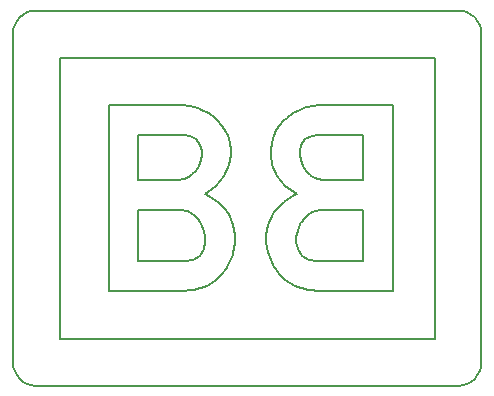
<source format=gbr>
%TF.GenerationSoftware,KiCad,Pcbnew,(5.1.10)-1*%
%TF.CreationDate,2021-08-07T23:39:34-07:00*%
%TF.ProjectId,bottom-plate,626f7474-6f6d-42d7-906c-6174652e6b69,rev?*%
%TF.SameCoordinates,Original*%
%TF.FileFunction,Legend,Top*%
%TF.FilePolarity,Positive*%
%FSLAX46Y46*%
G04 Gerber Fmt 4.6, Leading zero omitted, Abs format (unit mm)*
G04 Created by KiCad (PCBNEW (5.1.10)-1) date 2021-08-07 23:39:34*
%MOMM*%
%LPD*%
G01*
G04 APERTURE LIST*
%ADD10C,0.160000*%
%ADD11C,0.150000*%
G04 APERTURE END LIST*
D10*
X141851837Y-102046564D02*
X141971997Y-101446284D01*
X151592617Y-103075124D02*
X155343617Y-103075124D01*
X152115617Y-98761564D02*
X151856417Y-98767364D01*
X150092217Y-99816304D02*
X150021617Y-99925744D01*
X150561017Y-99241984D02*
X150308817Y-99502684D01*
X150140217Y-99734184D02*
X150092217Y-99816304D01*
X150751417Y-102960764D02*
X151382417Y-103075124D01*
X149670217Y-101446284D02*
X149790217Y-102046564D01*
X150848217Y-99033844D02*
X150561017Y-99241984D01*
X151087217Y-98910164D02*
X150848217Y-99033844D01*
X152202217Y-98761564D02*
X152115617Y-98761564D01*
X141971997Y-101446284D02*
X141971997Y-101246464D01*
X151616016Y-98785004D02*
X151564816Y-98785004D01*
X149790217Y-102046564D02*
X150150617Y-102617864D01*
X151411017Y-98808145D02*
X151213617Y-98863025D01*
X151382417Y-103075124D02*
X151592617Y-103075124D01*
X151170617Y-98878704D02*
X151087217Y-98910164D01*
X151856417Y-98767364D02*
X151647217Y-98780824D01*
X155343617Y-98761564D02*
X152202217Y-98761564D01*
X155343617Y-103075124D02*
X155343617Y-98761564D01*
X150150617Y-102617864D02*
X150751417Y-102960764D01*
X149670217Y-101246464D02*
X149670217Y-101446284D01*
X149775617Y-100502044D02*
X149670217Y-101060124D01*
X150308817Y-99502684D02*
X150140217Y-99734184D01*
X151564816Y-98785004D02*
X151411017Y-98808145D01*
X151647217Y-98780824D02*
X151616016Y-98785004D01*
X150021617Y-99925744D02*
X149775617Y-100502044D01*
X151213617Y-98863025D02*
X151170617Y-98878704D01*
X148752817Y-96705504D02*
X148064017Y-95883684D01*
X150105417Y-93281404D02*
X149998417Y-93804484D01*
X151573017Y-96170844D02*
X151885617Y-96211904D01*
X149998417Y-94112884D02*
X150054017Y-94515044D01*
X150619617Y-105493844D02*
X150144817Y-105384124D01*
X155343617Y-96229544D02*
X155343617Y-92384604D01*
X149394617Y-90567804D02*
X150006217Y-90255204D01*
X150725217Y-105513384D02*
X150619617Y-105493844D01*
X150826817Y-105528844D02*
X150725217Y-105513384D01*
X149509817Y-97499264D02*
X149717017Y-97401764D01*
X151586817Y-105607084D02*
X150826817Y-105528844D01*
X151874017Y-105607084D02*
X151586817Y-105607084D01*
X147308017Y-99992124D02*
X147704617Y-99109124D01*
X147896217Y-92169604D02*
X148234017Y-91616604D01*
X150971417Y-89975804D02*
X151648216Y-89899604D01*
X147818217Y-98948964D02*
X147927617Y-98788604D01*
X150889217Y-95807624D02*
X150943817Y-95850584D01*
X151471417Y-96143604D02*
X151522417Y-96159264D01*
X151648216Y-89899604D02*
X151874017Y-89899604D01*
X150271817Y-90153604D02*
X150971417Y-89975804D01*
X148755817Y-91048404D02*
X148853417Y-90958604D01*
X147786817Y-92411804D02*
X147841617Y-92290804D01*
X147650817Y-94935564D02*
X147513417Y-94130244D01*
X152366217Y-96229544D02*
X155343617Y-96229544D01*
X150221017Y-94998704D02*
X150499217Y-95429444D01*
X157828817Y-105607084D02*
X151874017Y-105607084D01*
X157828817Y-89899604D02*
X157828817Y-105607084D01*
X150139017Y-90204604D02*
X150271817Y-90153604D01*
X147138217Y-101199624D02*
X147138217Y-100897504D01*
X151522417Y-92384604D02*
X150961017Y-92484004D01*
X147927617Y-98788604D02*
X148621017Y-98081345D01*
X150943817Y-95850584D02*
X151211417Y-96024224D01*
X147595217Y-93046804D02*
X147786817Y-92411804D01*
X148621017Y-98081345D02*
X149509817Y-97499264D01*
X151522417Y-96159264D02*
X151573017Y-96170844D01*
X150426217Y-92783204D02*
X150105417Y-93281404D01*
X149460417Y-97254284D02*
X148752817Y-96705504D01*
X149998417Y-93978964D02*
X149998417Y-94112884D01*
X150006217Y-90255204D02*
X150139017Y-90204604D01*
X147513417Y-93657864D02*
X147595217Y-93046804D01*
X149998417Y-93804484D02*
X149998417Y-93978964D01*
X148658017Y-91134204D02*
X148755817Y-91048404D01*
X147138217Y-100897504D02*
X147308017Y-99992124D01*
X151874017Y-89899604D02*
X157828817Y-89899604D01*
X152246017Y-96229544D02*
X152366217Y-96229544D01*
X148853417Y-90958604D02*
X149394617Y-90567804D01*
X151885617Y-96211904D02*
X152246017Y-96229544D01*
X151211417Y-96024224D02*
X151471417Y-96143604D01*
X150783217Y-95723804D02*
X150889217Y-95807624D01*
X155343617Y-92384604D02*
X151709817Y-92384604D01*
X147841617Y-92290804D02*
X147896217Y-92169604D01*
X148234017Y-91616604D02*
X148658017Y-91134204D01*
X147513417Y-94130244D02*
X147513417Y-93861844D01*
X148064017Y-95883684D02*
X147650817Y-94935564D01*
X149717017Y-97401764D02*
X149460417Y-97254284D01*
X147704617Y-99109124D02*
X147818217Y-98948964D01*
X150961017Y-92484004D02*
X150426217Y-92783204D01*
X149670217Y-101060124D02*
X149670217Y-101246464D01*
X151709817Y-92384604D02*
X151522417Y-92384604D01*
X150499217Y-95429444D02*
X150783217Y-95723804D01*
X150054017Y-94515044D02*
X150221017Y-94998704D01*
X149740617Y-105259324D02*
X149670217Y-105232004D01*
X150144817Y-105384124D02*
X149740617Y-105259324D01*
X147513417Y-93861844D02*
X147513417Y-93657864D01*
X126238095Y-113048250D02*
X125996111Y-112755004D01*
X127542269Y-113628404D02*
X127241583Y-113588166D01*
X164472217Y-113290234D02*
X164135017Y-113472686D01*
X164135017Y-113472686D02*
X163762017Y-113588166D01*
X143413657Y-104147784D02*
X143058137Y-104528644D01*
X143722337Y-103727764D02*
X143413657Y-104147784D01*
X127542269Y-81878404D02*
X127642593Y-81878404D01*
X144503957Y-101199624D02*
X144503957Y-101515984D01*
X125996111Y-82751605D02*
X126238095Y-82458204D01*
X143777237Y-103637884D02*
X143722337Y-103727764D01*
X143835657Y-103548064D02*
X143777237Y-103637884D01*
X126531343Y-82216204D02*
X126868689Y-82033804D01*
X163361417Y-113628404D02*
X127642593Y-113628404D01*
X144347757Y-102360184D02*
X144316557Y-102465744D01*
X164765617Y-113048250D02*
X164472217Y-113290234D01*
X144503957Y-101515984D02*
X144347757Y-102360184D01*
X144285157Y-102571004D02*
X143835657Y-103548064D01*
X126531343Y-113290234D02*
X126238095Y-113048250D01*
X126868689Y-82033804D02*
X127241583Y-81918404D01*
X125698180Y-83461804D02*
X125813660Y-83088804D01*
X125698180Y-112044764D02*
X125658217Y-111744076D01*
X163762017Y-113588166D02*
X163461417Y-113628404D01*
X165305417Y-112044764D02*
X165190017Y-112417656D01*
X127241583Y-81918404D02*
X127542269Y-81878404D01*
X127642593Y-113628404D02*
X127542269Y-113628404D01*
X125658217Y-111644028D02*
X125658217Y-83862804D01*
X161377017Y-85847204D02*
X161377017Y-109659644D01*
X125813660Y-83088804D02*
X125996111Y-82751605D01*
X125658217Y-83762404D02*
X125698180Y-83461804D01*
X165190017Y-112417656D02*
X165007617Y-112755004D01*
X125996111Y-112755004D02*
X125813660Y-112417656D01*
X126868689Y-113472686D02*
X126531343Y-113290234D01*
X127241583Y-113588166D02*
X126868689Y-113472686D01*
X163461417Y-113628404D02*
X163361417Y-113628404D01*
X165345817Y-111744076D02*
X165305417Y-112044764D01*
X165345817Y-111644028D02*
X165345817Y-111744076D01*
X144316557Y-102465744D02*
X144285157Y-102571004D01*
X129626977Y-109659644D02*
X129626977Y-85847204D01*
X129626977Y-85847204D02*
X161377017Y-85847204D01*
X126238095Y-82458204D02*
X126531343Y-82216204D01*
X125658217Y-111744076D02*
X125658217Y-111644028D01*
X165007617Y-112755004D02*
X164765617Y-113048250D01*
X125813660Y-112417656D02*
X125698180Y-112044764D01*
X143058137Y-104528644D02*
X142980177Y-104598924D01*
X161377017Y-109659644D02*
X129626977Y-109659644D01*
X125658217Y-83862804D02*
X125658217Y-83762404D01*
X147865017Y-103637884D02*
X147806217Y-103547784D01*
X148583817Y-104528644D02*
X148228217Y-104147784D01*
X149576217Y-105192844D02*
X149136617Y-104956424D01*
X149670217Y-105232004D02*
X149576217Y-105192844D01*
X148228217Y-104147784D02*
X147919617Y-103727764D01*
X148736217Y-104665384D02*
X148662017Y-104598924D01*
X149136617Y-104956424D02*
X148736217Y-104665384D01*
X147919617Y-103727764D02*
X147865017Y-103637884D01*
X148662017Y-104598924D02*
X148583817Y-104528644D01*
X147356817Y-102571004D02*
X147325617Y-102465744D01*
X147138217Y-101489524D02*
X147138217Y-101199624D01*
X147325617Y-102465744D02*
X147294217Y-102360184D01*
X147294217Y-102360184D02*
X147138217Y-101489524D01*
X147806217Y-103547784D02*
X147356817Y-102571004D01*
X140259617Y-103075124D02*
X140890517Y-102960764D01*
X140554817Y-98910164D02*
X140471577Y-98878704D01*
X140049637Y-103075124D02*
X140259617Y-103075124D01*
X140231257Y-98808145D02*
X140077437Y-98785004D01*
X141971997Y-101060124D02*
X141866457Y-100502044D01*
X140471577Y-98878704D02*
X140428597Y-98863025D01*
X141620277Y-99925744D02*
X141550017Y-99816584D01*
X141550017Y-99816584D02*
X141501817Y-99734464D01*
X136298637Y-103075124D02*
X140049637Y-103075124D01*
X136298637Y-98761564D02*
X136298637Y-103075124D01*
X139785836Y-98767364D02*
X139526537Y-98761564D01*
X140077437Y-98785004D02*
X140026217Y-98785004D01*
X141080956Y-99241984D02*
X140793796Y-99033844D01*
X140428597Y-98863025D02*
X140231257Y-98808145D01*
X139440257Y-98761564D02*
X136298637Y-98761564D01*
X141866457Y-100502044D02*
X141620277Y-99925744D01*
X141971997Y-101246464D02*
X141971997Y-101060124D01*
X139994757Y-98780824D02*
X139785836Y-98767364D01*
X140793796Y-99033844D02*
X140554817Y-98910164D01*
X141333117Y-99502964D02*
X141080956Y-99241984D01*
X141501817Y-99734464D02*
X141333117Y-99502964D01*
X141643997Y-94112884D02*
X141643997Y-93978964D01*
X141421037Y-94998704D02*
X141588037Y-94515044D01*
X141588037Y-94515044D02*
X141643997Y-94112884D01*
X141491316Y-102617864D02*
X141851837Y-102046564D01*
X140890517Y-102960764D02*
X141491316Y-102617864D01*
X139526537Y-98761564D02*
X139440257Y-98761564D01*
X140026217Y-98785004D02*
X139994757Y-98780824D01*
X139768477Y-105607084D02*
X133813457Y-105607084D01*
X143577917Y-95883684D02*
X142889217Y-96705504D01*
X142247317Y-90567804D02*
X142788617Y-90958604D01*
X144128877Y-93861564D02*
X144128877Y-94130024D01*
X140030037Y-105607084D02*
X139768477Y-105607084D01*
X141636017Y-90255204D02*
X142247317Y-90567804D01*
X142905737Y-104665384D02*
X142505257Y-104956424D01*
X142065697Y-105192844D02*
X141971997Y-105232004D01*
X141536817Y-93281404D02*
X141215997Y-92783404D01*
X140752937Y-95807624D02*
X140858776Y-95723804D01*
X143407877Y-91616604D02*
X143745777Y-92169604D01*
X140119916Y-96159264D02*
X140170657Y-96143604D01*
X141142697Y-95429444D02*
X141421037Y-94998704D01*
X140698117Y-95850584D02*
X140752937Y-95807624D01*
X143800657Y-92290804D02*
X143855197Y-92411804D01*
X143745777Y-92169604D02*
X143800657Y-92290804D01*
X142984057Y-91134404D02*
X143407877Y-91616604D01*
X142886477Y-91048404D02*
X142984057Y-91134404D01*
X144128877Y-94130024D02*
X143991097Y-94935564D01*
X141643997Y-93978964D02*
X141643997Y-93804484D01*
X133813457Y-105607084D02*
X133813457Y-89899604D01*
X139932517Y-92384804D02*
X136298637Y-92384804D01*
X140858776Y-95723804D02*
X141142697Y-95429444D01*
X144503957Y-100897504D02*
X144503957Y-101199624D01*
X141370297Y-90153604D02*
X141503157Y-90204604D01*
X139756337Y-96211904D02*
X140068917Y-96170844D01*
X143855197Y-92411804D02*
X144046757Y-93046804D01*
X143991097Y-94935564D02*
X143577917Y-95883684D01*
X140917277Y-105513384D02*
X140815517Y-105528844D01*
X136298637Y-96229544D02*
X139275996Y-96229544D01*
X136298637Y-92384804D02*
X136298637Y-96229544D01*
X140430497Y-96024224D02*
X140698117Y-95850584D01*
X140170657Y-96143604D02*
X140430497Y-96024224D01*
X143824077Y-98948964D02*
X143937337Y-99109124D01*
X142980177Y-104598924D02*
X142905737Y-104665384D01*
X143714657Y-98788604D02*
X143824077Y-98948964D01*
X141901737Y-105259324D02*
X141497377Y-105384124D01*
X142788617Y-90958604D02*
X142886477Y-91048404D01*
X141022537Y-105493844D02*
X140917277Y-105513384D01*
X142505257Y-104956424D02*
X142065697Y-105192844D01*
X144128877Y-93657864D02*
X144128877Y-93861564D01*
X140068917Y-96170844D02*
X140119916Y-96159264D01*
X139395877Y-96229544D02*
X139756337Y-96211904D01*
X139993977Y-89899604D02*
X140670817Y-89975804D01*
X139275996Y-96229544D02*
X139395877Y-96229544D01*
X141971997Y-105232004D02*
X141901737Y-105259324D01*
X140119637Y-92384804D02*
X139932517Y-92384804D01*
X140681036Y-92484404D02*
X140119637Y-92384804D01*
X140815517Y-105528844D02*
X140030037Y-105607084D01*
X142181477Y-97254284D02*
X141925157Y-97401764D01*
X141503157Y-90204604D02*
X141636017Y-90255204D01*
X141215997Y-92783404D02*
X140681036Y-92484404D01*
X141643997Y-93804484D02*
X141536817Y-93281404D01*
X144333917Y-99992124D02*
X144503957Y-100897504D01*
X143937337Y-99109124D02*
X144333917Y-99992124D01*
X133813457Y-89899604D02*
X139768477Y-89899604D01*
X143021237Y-98081345D02*
X143714657Y-98788604D01*
X140670817Y-89975804D02*
X141370297Y-90153604D01*
X142132097Y-97499264D02*
X143021237Y-98081345D01*
X141925157Y-97401764D02*
X142132097Y-97499264D01*
X142889217Y-96705504D02*
X142181477Y-97254284D01*
X144046757Y-93046804D02*
X144128877Y-93657864D01*
X139768477Y-89899604D02*
X139993977Y-89899604D01*
X141497377Y-105384124D02*
X141022537Y-105493844D01*
X165345817Y-83862804D02*
X165345817Y-111644028D01*
X163461417Y-81878404D02*
X163762017Y-81918404D01*
X165345817Y-83762404D02*
X165345817Y-83862804D01*
X165305417Y-83461804D02*
X165345817Y-83762404D01*
X165190017Y-83088804D02*
X165305417Y-83461804D01*
X165007617Y-82751605D02*
X165190017Y-83088804D01*
X164765617Y-82458204D02*
X165007617Y-82751605D01*
X164472217Y-82216204D02*
X164765617Y-82458204D01*
X164135017Y-82033804D02*
X164472217Y-82216204D01*
X163762017Y-81918404D02*
X164135017Y-82033804D01*
X163361417Y-81878404D02*
X163461417Y-81878404D01*
X127642593Y-81878404D02*
X163361417Y-81878404D01*
%TO.C,*%
D11*
%TD*%
M02*

</source>
